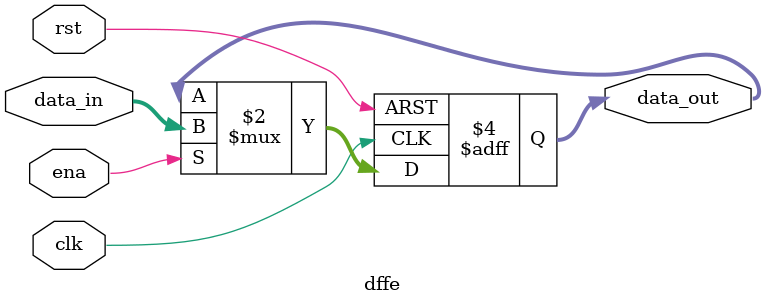
<source format=v>
`timescale 1ns / 1ps
module dffe #(parameter WIDTH = 8) //´øÒì²½¸´Î»ºÍÊ¹ÄÜ´¥·¢µÄD´¥·¢Æ÷
	 (
		input clk,
		input rst,
		input ena, //¸ßµçÆ½´¥·¢
		input [WIDTH - 1: 0] data_in,
		output reg [WIDTH - 1: 0] data_out
    );

	always @(posedge clk or posedge rst) begin
		if(rst) begin
			data_out <= 0;
		end else if(ena) begin
			data_out <= data_in;
		end
	end
	
endmodule
</source>
